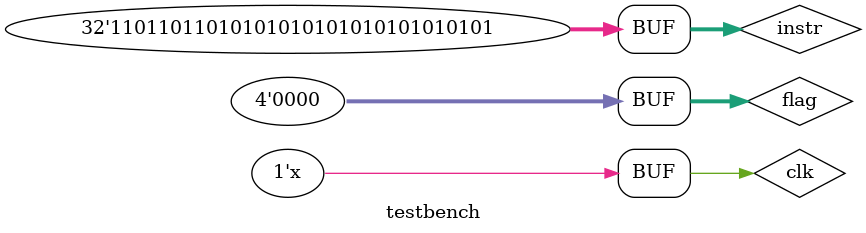
<source format=v>
`timescale 1ns / 1ps


module testbench;

	// Inputs
	reg [31:0] instr;
	reg clk;
	reg [3:0] flag;

	// Outputs
	wire [1:0] op;
	wire [3:0] bits;
	wire [23:0] imminstr;
	wire [3:0] base;
	wire [3:0] data_reg;
	wire [11:0] imminstr_mem;
	wire jmp_en;
	wire regjmp_en;
	wire flag_en;
	wire write_data;
	wire memory_data;
	wire memdata;
	wire memdata_en;

	// Instantiate the Unit Under Test (UUT)
	decoder_module uut (
		.instr(instr), 
		.clk(clk), 
		.flag(flag), 
		.op(op), 
		.bits(bits), 
		.imminstr(imminstr), 
		.base(base), 
		.data_reg(data_reg), 
		.imminstr_mem(imminstr_mem), 
		.jmp_en(jmp_en), 
		.regjmp_en(regjmp_en), 
		.flag_en(flag_en), 
		.write_data(write_data), 
		.memory_data(memory_data), 
		.memdata(memdata), 
		.memdata_en(memdata_en)
	);

	always #1 clk = !clk;
	initial begin
		// Initialize Inputs
		instr = 0;
		clk = 0;
		flag = 0;

		// Wait 100 ns for global reset to finish
		#100; instr = 32'b11010011010010010110111111111111;	
		#100; instr = 32'b10010011111001011010011111111111;	
		#100; instr = 32'b11010111111100001000111011000000;	
		#100; instr = 32'b10010101111011000001000011111111;	
		#100; instr = 32'b11101011101010101010101010101010;	
		#100; instr = 32'b11011011010101010101010101010101;	
	end 
endmodule


</source>
